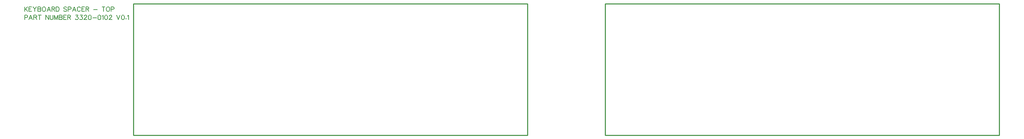
<source format=gto>
G04 Layer: TopSilkscreenLayer*
G04 EasyEDA v6.5.34, 2023-08-10 18:14:54*
G04 5dc3205a5ac840d6a07c20858af23a92,5a6b42c53f6a479593ecc07194224c93,10*
G04 Gerber Generator version 0.2*
G04 Scale: 100 percent, Rotated: No, Reflected: No *
G04 Dimensions in millimeters *
G04 leading zeros omitted , absolute positions ,4 integer and 5 decimal *
%FSLAX45Y45*%
%MOMM*%

%ADD10C,0.1524*%
%ADD11C,0.2540*%

%LPD*%
D10*
X459486Y11325097D02*
G01*
X459486Y11216131D01*
X532129Y11325097D02*
G01*
X459486Y11252454D01*
X485394Y11278362D02*
G01*
X532129Y11216131D01*
X566420Y11325097D02*
G01*
X566420Y11216131D01*
X566420Y11325097D02*
G01*
X633984Y11325097D01*
X566420Y11273281D02*
G01*
X608076Y11273281D01*
X566420Y11216131D02*
G01*
X633984Y11216131D01*
X668273Y11325097D02*
G01*
X709929Y11273281D01*
X709929Y11216131D01*
X751331Y11325097D02*
G01*
X709929Y11273281D01*
X785621Y11325097D02*
G01*
X785621Y11216131D01*
X785621Y11325097D02*
G01*
X832357Y11325097D01*
X848105Y11320018D01*
X853186Y11314684D01*
X858520Y11304270D01*
X858520Y11293855D01*
X853186Y11283695D01*
X848105Y11278362D01*
X832357Y11273281D01*
X785621Y11273281D02*
G01*
X832357Y11273281D01*
X848105Y11267947D01*
X853186Y11262868D01*
X858520Y11252454D01*
X858520Y11236705D01*
X853186Y11226545D01*
X848105Y11221212D01*
X832357Y11216131D01*
X785621Y11216131D01*
X923797Y11325097D02*
G01*
X913384Y11320018D01*
X903223Y11309604D01*
X897889Y11299189D01*
X892810Y11283695D01*
X892810Y11257534D01*
X897889Y11242039D01*
X903223Y11231626D01*
X913384Y11221212D01*
X923797Y11216131D01*
X944626Y11216131D01*
X955039Y11221212D01*
X965454Y11231626D01*
X970534Y11242039D01*
X975868Y11257534D01*
X975868Y11283695D01*
X970534Y11299189D01*
X965454Y11309604D01*
X955039Y11320018D01*
X944626Y11325097D01*
X923797Y11325097D01*
X1051813Y11325097D02*
G01*
X1010157Y11216131D01*
X1051813Y11325097D02*
G01*
X1093215Y11216131D01*
X1025652Y11252454D02*
G01*
X1077721Y11252454D01*
X1127505Y11325097D02*
G01*
X1127505Y11216131D01*
X1127505Y11325097D02*
G01*
X1174242Y11325097D01*
X1189989Y11320018D01*
X1195070Y11314684D01*
X1200404Y11304270D01*
X1200404Y11293855D01*
X1195070Y11283695D01*
X1189989Y11278362D01*
X1174242Y11273281D01*
X1127505Y11273281D01*
X1163828Y11273281D02*
G01*
X1200404Y11216131D01*
X1234694Y11325097D02*
G01*
X1234694Y11216131D01*
X1234694Y11325097D02*
G01*
X1271015Y11325097D01*
X1286510Y11320018D01*
X1296923Y11309604D01*
X1302004Y11299189D01*
X1307337Y11283695D01*
X1307337Y11257534D01*
X1302004Y11242039D01*
X1296923Y11231626D01*
X1286510Y11221212D01*
X1271015Y11216131D01*
X1234694Y11216131D01*
X1494281Y11309604D02*
G01*
X1483868Y11320018D01*
X1468373Y11325097D01*
X1447545Y11325097D01*
X1432052Y11320018D01*
X1421637Y11309604D01*
X1421637Y11299189D01*
X1426718Y11288776D01*
X1432052Y11283695D01*
X1442465Y11278362D01*
X1473454Y11267947D01*
X1483868Y11262868D01*
X1489202Y11257534D01*
X1494281Y11247120D01*
X1494281Y11231626D01*
X1483868Y11221212D01*
X1468373Y11216131D01*
X1447545Y11216131D01*
X1432052Y11221212D01*
X1421637Y11231626D01*
X1528571Y11325097D02*
G01*
X1528571Y11216131D01*
X1528571Y11325097D02*
G01*
X1575307Y11325097D01*
X1591055Y11320018D01*
X1596136Y11314684D01*
X1601470Y11304270D01*
X1601470Y11288776D01*
X1596136Y11278362D01*
X1591055Y11273281D01*
X1575307Y11267947D01*
X1528571Y11267947D01*
X1677162Y11325097D02*
G01*
X1635760Y11216131D01*
X1677162Y11325097D02*
G01*
X1718818Y11216131D01*
X1651254Y11252454D02*
G01*
X1703323Y11252454D01*
X1831086Y11299189D02*
G01*
X1825752Y11309604D01*
X1815337Y11320018D01*
X1804923Y11325097D01*
X1784350Y11325097D01*
X1773936Y11320018D01*
X1763521Y11309604D01*
X1758187Y11299189D01*
X1753107Y11283695D01*
X1753107Y11257534D01*
X1758187Y11242039D01*
X1763521Y11231626D01*
X1773936Y11221212D01*
X1784350Y11216131D01*
X1804923Y11216131D01*
X1815337Y11221212D01*
X1825752Y11231626D01*
X1831086Y11242039D01*
X1865376Y11325097D02*
G01*
X1865376Y11216131D01*
X1865376Y11325097D02*
G01*
X1932940Y11325097D01*
X1865376Y11273281D02*
G01*
X1906778Y11273281D01*
X1865376Y11216131D02*
G01*
X1932940Y11216131D01*
X1967229Y11325097D02*
G01*
X1967229Y11216131D01*
X1967229Y11325097D02*
G01*
X2013965Y11325097D01*
X2029459Y11320018D01*
X2034793Y11314684D01*
X2039874Y11304270D01*
X2039874Y11293855D01*
X2034793Y11283695D01*
X2029459Y11278362D01*
X2013965Y11273281D01*
X1967229Y11273281D01*
X2003552Y11273281D02*
G01*
X2039874Y11216131D01*
X2154174Y11262868D02*
G01*
X2247645Y11262868D01*
X2398268Y11325097D02*
G01*
X2398268Y11216131D01*
X2361945Y11325097D02*
G01*
X2434843Y11325097D01*
X2500122Y11325097D02*
G01*
X2489708Y11320018D01*
X2479293Y11309604D01*
X2474213Y11299189D01*
X2469134Y11283695D01*
X2469134Y11257534D01*
X2474213Y11242039D01*
X2479293Y11231626D01*
X2489708Y11221212D01*
X2500122Y11216131D01*
X2520950Y11216131D01*
X2531363Y11221212D01*
X2541777Y11231626D01*
X2546858Y11242039D01*
X2552191Y11257534D01*
X2552191Y11283695D01*
X2546858Y11299189D01*
X2541777Y11309604D01*
X2531363Y11320018D01*
X2520950Y11325097D01*
X2500122Y11325097D01*
X2586481Y11325097D02*
G01*
X2586481Y11216131D01*
X2586481Y11325097D02*
G01*
X2633218Y11325097D01*
X2648711Y11320018D01*
X2654045Y11314684D01*
X2659125Y11304270D01*
X2659125Y11288776D01*
X2654045Y11278362D01*
X2648711Y11273281D01*
X2633218Y11267947D01*
X2586481Y11267947D01*
X459486Y11121897D02*
G01*
X459486Y11012931D01*
X459486Y11121897D02*
G01*
X506221Y11121897D01*
X521715Y11116818D01*
X527050Y11111484D01*
X532129Y11101070D01*
X532129Y11085576D01*
X527050Y11075162D01*
X521715Y11070081D01*
X506221Y11064747D01*
X459486Y11064747D01*
X608076Y11121897D02*
G01*
X566420Y11012931D01*
X608076Y11121897D02*
G01*
X649478Y11012931D01*
X581913Y11049254D02*
G01*
X633984Y11049254D01*
X683768Y11121897D02*
G01*
X683768Y11012931D01*
X683768Y11121897D02*
G01*
X730504Y11121897D01*
X746252Y11116818D01*
X751331Y11111484D01*
X756665Y11101070D01*
X756665Y11090655D01*
X751331Y11080495D01*
X746252Y11075162D01*
X730504Y11070081D01*
X683768Y11070081D01*
X720344Y11070081D02*
G01*
X756665Y11012931D01*
X827278Y11121897D02*
G01*
X827278Y11012931D01*
X790955Y11121897D02*
G01*
X863600Y11121897D01*
X977900Y11121897D02*
G01*
X977900Y11012931D01*
X977900Y11121897D02*
G01*
X1050544Y11012931D01*
X1050544Y11121897D02*
G01*
X1050544Y11012931D01*
X1084834Y11121897D02*
G01*
X1084834Y11043920D01*
X1090168Y11028426D01*
X1100581Y11018012D01*
X1116076Y11012931D01*
X1126489Y11012931D01*
X1141984Y11018012D01*
X1152397Y11028426D01*
X1157731Y11043920D01*
X1157731Y11121897D01*
X1192021Y11121897D02*
G01*
X1192021Y11012931D01*
X1192021Y11121897D02*
G01*
X1233423Y11012931D01*
X1275079Y11121897D02*
G01*
X1233423Y11012931D01*
X1275079Y11121897D02*
G01*
X1275079Y11012931D01*
X1309370Y11121897D02*
G01*
X1309370Y11012931D01*
X1309370Y11121897D02*
G01*
X1356105Y11121897D01*
X1371854Y11116818D01*
X1376934Y11111484D01*
X1382013Y11101070D01*
X1382013Y11090655D01*
X1376934Y11080495D01*
X1371854Y11075162D01*
X1356105Y11070081D01*
X1309370Y11070081D02*
G01*
X1356105Y11070081D01*
X1371854Y11064747D01*
X1376934Y11059668D01*
X1382013Y11049254D01*
X1382013Y11033505D01*
X1376934Y11023345D01*
X1371854Y11018012D01*
X1356105Y11012931D01*
X1309370Y11012931D01*
X1416304Y11121897D02*
G01*
X1416304Y11012931D01*
X1416304Y11121897D02*
G01*
X1483868Y11121897D01*
X1416304Y11070081D02*
G01*
X1457960Y11070081D01*
X1416304Y11012931D02*
G01*
X1483868Y11012931D01*
X1518157Y11121897D02*
G01*
X1518157Y11012931D01*
X1518157Y11121897D02*
G01*
X1564894Y11121897D01*
X1580642Y11116818D01*
X1585721Y11111484D01*
X1591055Y11101070D01*
X1591055Y11090655D01*
X1585721Y11080495D01*
X1580642Y11075162D01*
X1564894Y11070081D01*
X1518157Y11070081D01*
X1554734Y11070081D02*
G01*
X1591055Y11012931D01*
X1715770Y11121897D02*
G01*
X1772920Y11121897D01*
X1741678Y11080495D01*
X1757171Y11080495D01*
X1767586Y11075162D01*
X1772920Y11070081D01*
X1778000Y11054334D01*
X1778000Y11043920D01*
X1772920Y11028426D01*
X1762505Y11018012D01*
X1746757Y11012931D01*
X1731263Y11012931D01*
X1715770Y11018012D01*
X1710436Y11023345D01*
X1705355Y11033505D01*
X1822704Y11121897D02*
G01*
X1879854Y11121897D01*
X1848612Y11080495D01*
X1864360Y11080495D01*
X1874773Y11075162D01*
X1879854Y11070081D01*
X1884934Y11054334D01*
X1884934Y11043920D01*
X1879854Y11028426D01*
X1869439Y11018012D01*
X1853945Y11012931D01*
X1838197Y11012931D01*
X1822704Y11018012D01*
X1817623Y11023345D01*
X1812289Y11033505D01*
X1924557Y11095989D02*
G01*
X1924557Y11101070D01*
X1929637Y11111484D01*
X1934972Y11116818D01*
X1945386Y11121897D01*
X1966213Y11121897D01*
X1976374Y11116818D01*
X1981708Y11111484D01*
X1986788Y11101070D01*
X1986788Y11090655D01*
X1981708Y11080495D01*
X1971293Y11064747D01*
X1919223Y11012931D01*
X1992122Y11012931D01*
X2057654Y11121897D02*
G01*
X2041906Y11116818D01*
X2031491Y11101070D01*
X2026411Y11075162D01*
X2026411Y11059668D01*
X2031491Y11033505D01*
X2041906Y11018012D01*
X2057654Y11012931D01*
X2067813Y11012931D01*
X2083561Y11018012D01*
X2093975Y11033505D01*
X2099056Y11059668D01*
X2099056Y11075162D01*
X2093975Y11101070D01*
X2083561Y11116818D01*
X2067813Y11121897D01*
X2057654Y11121897D01*
X2133345Y11059668D02*
G01*
X2226818Y11059668D01*
X2292350Y11121897D02*
G01*
X2276856Y11116818D01*
X2266441Y11101070D01*
X2261108Y11075162D01*
X2261108Y11059668D01*
X2266441Y11033505D01*
X2276856Y11018012D01*
X2292350Y11012931D01*
X2302763Y11012931D01*
X2318258Y11018012D01*
X2328672Y11033505D01*
X2334006Y11059668D01*
X2334006Y11075162D01*
X2328672Y11101070D01*
X2318258Y11116818D01*
X2302763Y11121897D01*
X2292350Y11121897D01*
X2368295Y11101070D02*
G01*
X2378709Y11106404D01*
X2394204Y11121897D01*
X2394204Y11012931D01*
X2459736Y11121897D02*
G01*
X2443988Y11116818D01*
X2433574Y11101070D01*
X2428493Y11075162D01*
X2428493Y11059668D01*
X2433574Y11033505D01*
X2443988Y11018012D01*
X2459736Y11012931D01*
X2470150Y11012931D01*
X2485643Y11018012D01*
X2496058Y11033505D01*
X2501138Y11059668D01*
X2501138Y11075162D01*
X2496058Y11101070D01*
X2485643Y11116818D01*
X2470150Y11121897D01*
X2459736Y11121897D01*
X2540761Y11095989D02*
G01*
X2540761Y11101070D01*
X2545841Y11111484D01*
X2551175Y11116818D01*
X2561590Y11121897D01*
X2582163Y11121897D01*
X2592577Y11116818D01*
X2597911Y11111484D01*
X2602991Y11101070D01*
X2602991Y11090655D01*
X2597911Y11080495D01*
X2587497Y11064747D01*
X2535427Y11012931D01*
X2608325Y11012931D01*
X2722625Y11121897D02*
G01*
X2764027Y11012931D01*
X2805684Y11121897D02*
G01*
X2764027Y11012931D01*
X2871215Y11121897D02*
G01*
X2855468Y11116818D01*
X2845054Y11101070D01*
X2839974Y11075162D01*
X2839974Y11059668D01*
X2845054Y11033505D01*
X2855468Y11018012D01*
X2871215Y11012931D01*
X2881629Y11012931D01*
X2897124Y11018012D01*
X2907538Y11033505D01*
X2912618Y11059668D01*
X2912618Y11075162D01*
X2907538Y11101070D01*
X2897124Y11116818D01*
X2881629Y11121897D01*
X2871215Y11121897D01*
X2952241Y11038839D02*
G01*
X2946908Y11033505D01*
X2952241Y11028426D01*
X2957322Y11033505D01*
X2952241Y11038839D01*
X2991611Y11101070D02*
G01*
X3002025Y11106404D01*
X3017774Y11121897D01*
X3017774Y11012931D01*
D11*
X3136900Y11404600D02*
G01*
X12836880Y11404600D01*
X12836880Y8154593D01*
X3136900Y8154593D01*
X3136900Y11404600D01*
X14756206Y11404600D02*
G01*
X24456186Y11404600D01*
X24456186Y8154593D01*
X14756206Y8154593D01*
X14756206Y11404600D01*
M02*

</source>
